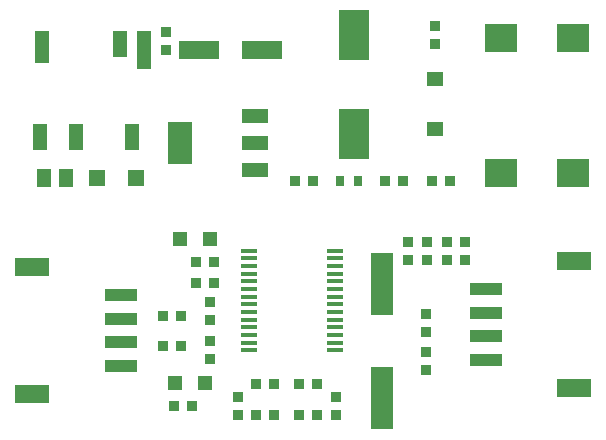
<source format=gtp>
G04 #@! TF.GenerationSoftware,KiCad,Pcbnew,(2018-02-15 revision 29b28de31)-makepkg*
G04 #@! TF.CreationDate,2018-02-28T00:21:08+10:30*
G04 #@! TF.ProjectId,ATM90E26_Featherwing,41544D39304532365F46656174686572,rev?*
G04 #@! TF.SameCoordinates,Original*
G04 #@! TF.FileFunction,Paste,Top*
G04 #@! TF.FilePolarity,Positive*
%FSLAX46Y46*%
G04 Gerber Fmt 4.6, Leading zero omitted, Abs format (unit mm)*
G04 Created by KiCad (PCBNEW (2018-02-15 revision 29b28de31)-makepkg) date 02/28/18 00:21:08*
%MOMM*%
%LPD*%
G01*
G04 APERTURE LIST*
%ADD10R,0.889000X0.889000*%
%ADD11R,1.397000X0.348000*%
%ADD12R,2.286000X1.270000*%
%ADD13R,2.159000X3.556000*%
%ADD14R,1.470000X1.270000*%
%ADD15R,0.762000X0.889000*%
%ADD16R,2.740000X1.010000*%
%ADD17R,3.000000X1.500000*%
%ADD18R,1.930400X5.334000*%
%ADD19R,2.800000X2.400000*%
%ADD20R,1.270000X1.270000*%
%ADD21R,1.270000X3.302000*%
%ADD22R,1.270000X2.286000*%
%ADD23R,1.270000X2.794000*%
%ADD24R,3.500000X1.600000*%
%ADD25R,2.500000X4.300000*%
%ADD26R,1.300000X1.500000*%
%ADD27R,1.397000X1.397000*%
G04 APERTURE END LIST*
D10*
X158885000Y-115037000D03*
X158885000Y-116561000D03*
X158885000Y-113386000D03*
X158885000Y-111862000D03*
X162187000Y-105766000D03*
X162187000Y-107290000D03*
X157361000Y-105766000D03*
X157361000Y-107290000D03*
X140978000Y-109195000D03*
X139454000Y-109195000D03*
X139454000Y-107417000D03*
X140978000Y-107417000D03*
X139073000Y-119609000D03*
X137549000Y-119609000D03*
X149715000Y-117780000D03*
X148191000Y-117780000D03*
X146058000Y-117780000D03*
X144534000Y-117780000D03*
X159647000Y-89001600D03*
X159647000Y-87477600D03*
X136914000Y-89509600D03*
X136914000Y-87985600D03*
X140597000Y-114148000D03*
X140597000Y-115672000D03*
X140597000Y-112370000D03*
X140597000Y-110846000D03*
D11*
X151238000Y-106494000D03*
X151238000Y-107144000D03*
X151238000Y-107794000D03*
X151238000Y-108444000D03*
X151238000Y-109094000D03*
X151238000Y-109744000D03*
X151238000Y-110394000D03*
X151238000Y-111694000D03*
X151238000Y-111044000D03*
X151238000Y-112344000D03*
X151238000Y-112994000D03*
X151238000Y-113644000D03*
X151238000Y-114294000D03*
X151238000Y-114944000D03*
X143926000Y-106494000D03*
X143926000Y-107144000D03*
X143926000Y-107794000D03*
X143926000Y-108444000D03*
X143926000Y-109094000D03*
X143926000Y-109744000D03*
X143926000Y-110394000D03*
X143926000Y-111044000D03*
X143926000Y-111694000D03*
X143926000Y-112344000D03*
X143926000Y-112994000D03*
X143926000Y-113644000D03*
X143926000Y-114294000D03*
X143926000Y-114944000D03*
D12*
X144407000Y-99669600D03*
X144407000Y-97383600D03*
X144407000Y-95097600D03*
D13*
X138057000Y-97383600D03*
D14*
X159647000Y-96231600D03*
X159647000Y-91931600D03*
D10*
X143010000Y-118847000D03*
X143010000Y-120371000D03*
X144534000Y-120371000D03*
X146058000Y-120371000D03*
X138184000Y-114529000D03*
X136660000Y-114529000D03*
X160663000Y-105766000D03*
X160663000Y-107290000D03*
X159012000Y-107290000D03*
X159012000Y-105766000D03*
X136660000Y-111989000D03*
X138184000Y-111989000D03*
X151265000Y-120371000D03*
X151265000Y-118847000D03*
X149715000Y-120371000D03*
X148191000Y-120371000D03*
X160917000Y-100559000D03*
X159393000Y-100559000D03*
X155456000Y-100559000D03*
X156980000Y-100559000D03*
X147836000Y-100559000D03*
X149360000Y-100559000D03*
D15*
X151646000Y-100559000D03*
X153170000Y-100559000D03*
D16*
X163992000Y-109751000D03*
X163992000Y-111751000D03*
X163992000Y-113751000D03*
X163992000Y-115751000D03*
D17*
X171492000Y-107351000D03*
X171492000Y-118151000D03*
X125577000Y-107859000D03*
X125577000Y-118659000D03*
D16*
X133077000Y-110259000D03*
X133077000Y-112259000D03*
X133077000Y-114259000D03*
X133077000Y-116259000D03*
D18*
X155202000Y-118974000D03*
X155202000Y-109322000D03*
D19*
X165297000Y-99908600D03*
X165297000Y-88508600D03*
X171397000Y-88508600D03*
X171397000Y-99908600D03*
D20*
X140216000Y-117704000D03*
X137676000Y-117704000D03*
X138057000Y-105512000D03*
X140597000Y-105512000D03*
D21*
X135009000Y-89509600D03*
D22*
X132977000Y-89001600D03*
D23*
X126373000Y-89255600D03*
D22*
X133993000Y-96875600D03*
X129294000Y-96875600D03*
X126246000Y-96875600D03*
D24*
X139675000Y-89509600D03*
X145075000Y-89509600D03*
D25*
X152789000Y-96580600D03*
X152789000Y-88280600D03*
D26*
X126566000Y-100305000D03*
X128466000Y-100305000D03*
D27*
X134374000Y-100305000D03*
X131072000Y-100305000D03*
M02*

</source>
